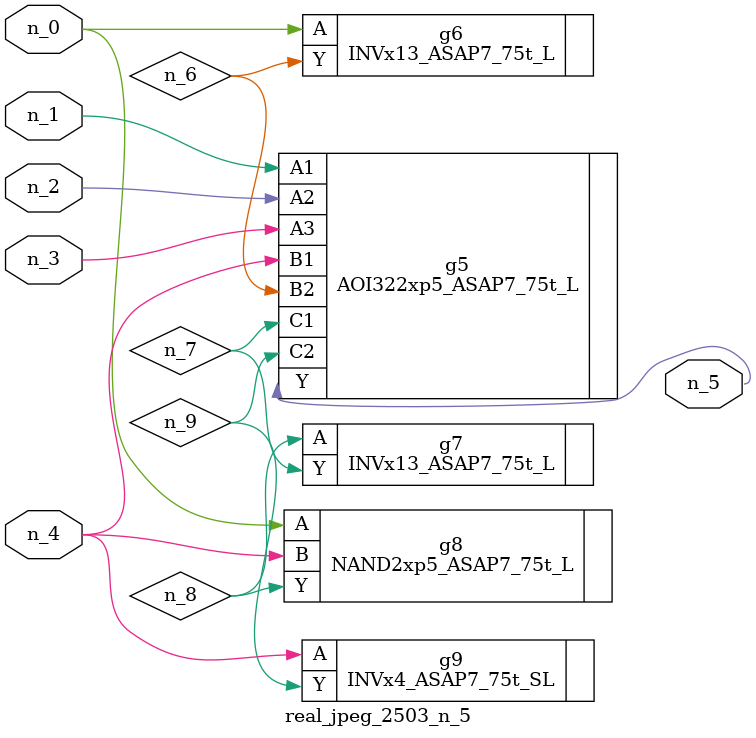
<source format=v>
module real_jpeg_2503_n_5 (n_4, n_0, n_1, n_2, n_3, n_5);

input n_4;
input n_0;
input n_1;
input n_2;
input n_3;

output n_5;

wire n_8;
wire n_6;
wire n_7;
wire n_9;

INVx13_ASAP7_75t_L g6 ( 
.A(n_0),
.Y(n_6)
);

NAND2xp5_ASAP7_75t_L g8 ( 
.A(n_0),
.B(n_4),
.Y(n_8)
);

AOI322xp5_ASAP7_75t_L g5 ( 
.A1(n_1),
.A2(n_2),
.A3(n_3),
.B1(n_4),
.B2(n_6),
.C1(n_7),
.C2(n_9),
.Y(n_5)
);

INVx4_ASAP7_75t_SL g9 ( 
.A(n_4),
.Y(n_9)
);

INVx13_ASAP7_75t_L g7 ( 
.A(n_8),
.Y(n_7)
);


endmodule
</source>
